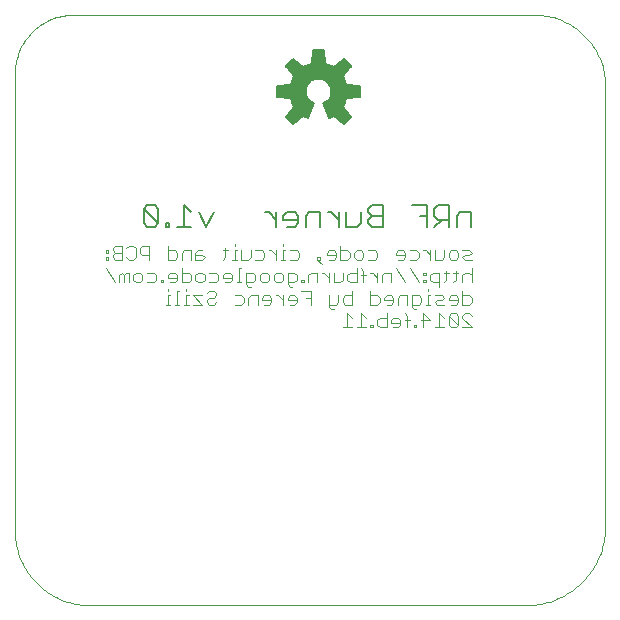
<source format=gbo>
G75*
%MOIN*%
%OFA0B0*%
%FSLAX24Y24*%
%IPPOS*%
%LPD*%
%AMOC8*
5,1,8,0,0,1.08239X$1,22.5*
%
%ADD10C,0.0000*%
%ADD11C,0.0040*%
%ADD12C,0.0060*%
%ADD13C,0.0059*%
D10*
X002680Y000180D02*
X017215Y000180D01*
X017317Y000182D01*
X017418Y000188D01*
X017519Y000197D01*
X017620Y000211D01*
X017720Y000228D01*
X017819Y000250D01*
X017917Y000275D01*
X018015Y000303D01*
X018111Y000336D01*
X018206Y000372D01*
X018299Y000412D01*
X018391Y000455D01*
X018481Y000502D01*
X018569Y000552D01*
X018655Y000606D01*
X018740Y000662D01*
X018821Y000722D01*
X018901Y000786D01*
X018978Y000852D01*
X019053Y000921D01*
X019124Y000992D01*
X019193Y001067D01*
X019259Y001144D01*
X019323Y001224D01*
X019383Y001305D01*
X019439Y001390D01*
X019493Y001476D01*
X019543Y001564D01*
X019590Y001654D01*
X019633Y001746D01*
X019673Y001839D01*
X019709Y001934D01*
X019742Y002030D01*
X019770Y002128D01*
X019795Y002226D01*
X019817Y002325D01*
X019834Y002425D01*
X019848Y002526D01*
X019857Y002627D01*
X019863Y002728D01*
X019865Y002830D01*
X019865Y017482D01*
X019863Y017578D01*
X019857Y017674D01*
X019848Y017769D01*
X019834Y017864D01*
X019817Y017959D01*
X019796Y018052D01*
X019771Y018145D01*
X019742Y018237D01*
X019710Y018327D01*
X019674Y018416D01*
X019635Y018504D01*
X019592Y018589D01*
X019546Y018674D01*
X019496Y018756D01*
X019443Y018836D01*
X019387Y018914D01*
X019328Y018989D01*
X019266Y019062D01*
X019201Y019133D01*
X019133Y019201D01*
X019062Y019266D01*
X018989Y019328D01*
X018914Y019387D01*
X018836Y019443D01*
X018756Y019496D01*
X018674Y019546D01*
X018589Y019592D01*
X018504Y019635D01*
X018416Y019674D01*
X018327Y019710D01*
X018237Y019742D01*
X018145Y019771D01*
X018052Y019796D01*
X017959Y019817D01*
X017864Y019834D01*
X017769Y019848D01*
X017674Y019857D01*
X017578Y019863D01*
X017482Y019865D01*
X002149Y019865D01*
X002149Y019866D02*
X002063Y019864D01*
X001977Y019859D01*
X001892Y019849D01*
X001807Y019836D01*
X001723Y019819D01*
X001639Y019799D01*
X001557Y019775D01*
X001476Y019747D01*
X001395Y019716D01*
X001317Y019682D01*
X001240Y019644D01*
X001165Y019602D01*
X001091Y019558D01*
X001020Y019510D01*
X000950Y019459D01*
X000883Y019405D01*
X000819Y019349D01*
X000757Y019289D01*
X000697Y019227D01*
X000641Y019163D01*
X000587Y019096D01*
X000536Y019026D01*
X000488Y018955D01*
X000444Y018882D01*
X000402Y018806D01*
X000364Y018729D01*
X000330Y018651D01*
X000299Y018570D01*
X000271Y018489D01*
X000247Y018407D01*
X000227Y018323D01*
X000210Y018239D01*
X000197Y018154D01*
X000187Y018069D01*
X000182Y017983D01*
X000180Y017897D01*
X000180Y002680D01*
X000182Y002582D01*
X000188Y002484D01*
X000197Y002386D01*
X000211Y002289D01*
X000228Y002192D01*
X000249Y002096D01*
X000274Y002001D01*
X000302Y001907D01*
X000335Y001815D01*
X000370Y001723D01*
X000410Y001633D01*
X000452Y001545D01*
X000499Y001458D01*
X000548Y001374D01*
X000601Y001291D01*
X000657Y001211D01*
X000717Y001132D01*
X000779Y001056D01*
X000844Y000983D01*
X000912Y000912D01*
X000983Y000844D01*
X001056Y000779D01*
X001132Y000717D01*
X001211Y000657D01*
X001291Y000601D01*
X001374Y000548D01*
X001458Y000499D01*
X001545Y000452D01*
X001633Y000410D01*
X001723Y000370D01*
X001815Y000335D01*
X001907Y000302D01*
X002001Y000274D01*
X002096Y000249D01*
X002192Y000228D01*
X002289Y000211D01*
X002386Y000197D01*
X002484Y000188D01*
X002582Y000182D01*
X002680Y000180D01*
D11*
X011113Y009450D02*
X011420Y009450D01*
X011573Y009450D02*
X011880Y009450D01*
X011727Y009450D02*
X011727Y009910D01*
X011880Y009757D01*
X012034Y009527D02*
X012034Y009450D01*
X012111Y009450D01*
X012111Y009527D01*
X012034Y009527D01*
X012264Y009527D02*
X012264Y009680D01*
X012341Y009757D01*
X012571Y009757D01*
X012571Y009910D02*
X012571Y009450D01*
X012341Y009450D01*
X012264Y009527D01*
X012724Y009603D02*
X013031Y009603D01*
X013031Y009527D02*
X013031Y009680D01*
X012955Y009757D01*
X012801Y009757D01*
X012724Y009680D01*
X012724Y009603D01*
X012801Y009450D02*
X012955Y009450D01*
X013031Y009527D01*
X013185Y009680D02*
X013338Y009680D01*
X013262Y009834D02*
X013185Y009910D01*
X013262Y009834D02*
X013262Y009450D01*
X013492Y009450D02*
X013568Y009450D01*
X013568Y009527D01*
X013492Y009527D01*
X013492Y009450D01*
X013799Y009450D02*
X013799Y009910D01*
X014029Y009680D01*
X013722Y009680D01*
X013568Y010047D02*
X013492Y010047D01*
X013415Y010123D01*
X013415Y010507D01*
X013645Y010507D01*
X013722Y010430D01*
X013722Y010277D01*
X013645Y010200D01*
X013415Y010200D01*
X013262Y010200D02*
X013262Y010507D01*
X013031Y010507D01*
X012955Y010430D01*
X012955Y010200D01*
X012801Y010277D02*
X012801Y010430D01*
X012724Y010507D01*
X012571Y010507D01*
X012494Y010430D01*
X012494Y010353D01*
X012801Y010353D01*
X012801Y010277D02*
X012724Y010200D01*
X012571Y010200D01*
X012341Y010277D02*
X012341Y010430D01*
X012264Y010507D01*
X012034Y010507D01*
X012034Y010660D02*
X012034Y010200D01*
X012264Y010200D01*
X012341Y010277D01*
X012417Y010950D02*
X012417Y011180D01*
X012494Y011257D01*
X012724Y011257D01*
X012724Y010950D01*
X012264Y010950D02*
X012264Y011257D01*
X012111Y011257D02*
X012034Y011257D01*
X012111Y011257D02*
X012264Y011103D01*
X011880Y011180D02*
X011727Y011180D01*
X011804Y011334D02*
X011727Y011410D01*
X011804Y011334D02*
X011804Y010950D01*
X011573Y010950D02*
X011343Y010950D01*
X011266Y011027D01*
X011266Y011180D01*
X011343Y011257D01*
X011573Y011257D01*
X011573Y011410D02*
X011573Y010950D01*
X011113Y011027D02*
X011113Y011257D01*
X011113Y011027D02*
X011036Y010950D01*
X010806Y010950D01*
X010806Y011257D01*
X010653Y011257D02*
X010653Y010950D01*
X010653Y011103D02*
X010499Y011257D01*
X010422Y011257D01*
X010269Y011257D02*
X010269Y010950D01*
X010269Y011257D02*
X010039Y011257D01*
X009962Y011180D01*
X009962Y010950D01*
X009809Y010950D02*
X009732Y010950D01*
X009732Y011027D01*
X009809Y011027D01*
X009809Y010950D01*
X009578Y011027D02*
X009502Y010950D01*
X009271Y010950D01*
X009271Y010873D02*
X009271Y011257D01*
X009502Y011257D01*
X009578Y011180D01*
X009578Y011027D01*
X009425Y010797D02*
X009348Y010797D01*
X009271Y010873D01*
X009118Y011027D02*
X009041Y010950D01*
X008888Y010950D01*
X008811Y011027D01*
X008811Y011180D01*
X008888Y011257D01*
X009041Y011257D01*
X009118Y011180D01*
X009118Y011027D01*
X008658Y011027D02*
X008581Y010950D01*
X008427Y010950D01*
X008351Y011027D01*
X008351Y011180D01*
X008427Y011257D01*
X008581Y011257D01*
X008658Y011180D01*
X008658Y011027D01*
X008197Y011027D02*
X008120Y010950D01*
X007890Y010950D01*
X007890Y010873D02*
X007890Y011257D01*
X008120Y011257D01*
X008197Y011180D01*
X008197Y011027D01*
X008044Y010797D02*
X007967Y010797D01*
X007890Y010873D01*
X007737Y010950D02*
X007583Y010950D01*
X007660Y010950D02*
X007660Y011410D01*
X007737Y011410D01*
X007737Y011700D02*
X007737Y012007D01*
X007583Y012007D02*
X007507Y012007D01*
X007507Y011700D01*
X007583Y011700D02*
X007430Y011700D01*
X007200Y011777D02*
X007123Y011700D01*
X007200Y011777D02*
X007200Y012084D01*
X007276Y012007D02*
X007123Y012007D01*
X007507Y012160D02*
X007507Y012237D01*
X008044Y012007D02*
X008044Y011777D01*
X007967Y011700D01*
X007737Y011700D01*
X008197Y011700D02*
X008427Y011700D01*
X008504Y011777D01*
X008504Y011930D01*
X008427Y012007D01*
X008197Y012007D01*
X008658Y012007D02*
X008734Y012007D01*
X008888Y011853D01*
X008888Y011700D02*
X008888Y012007D01*
X009118Y012007D02*
X009118Y011700D01*
X009195Y011700D02*
X009041Y011700D01*
X009118Y012007D02*
X009195Y012007D01*
X009348Y012007D02*
X009578Y012007D01*
X009655Y011930D01*
X009655Y011777D01*
X009578Y011700D01*
X009348Y011700D01*
X009118Y012160D02*
X009118Y012237D01*
X010269Y011777D02*
X010346Y011777D01*
X010346Y011700D01*
X010269Y011700D01*
X010269Y011777D01*
X010269Y011700D02*
X010422Y011547D01*
X010653Y011700D02*
X010806Y011700D01*
X010883Y011777D01*
X010883Y011930D01*
X010806Y012007D01*
X010653Y012007D01*
X010576Y011930D01*
X010576Y011853D01*
X010883Y011853D01*
X011036Y011700D02*
X011266Y011700D01*
X011343Y011777D01*
X011343Y011930D01*
X011266Y012007D01*
X011036Y012007D01*
X011036Y012160D02*
X011036Y011700D01*
X011497Y011777D02*
X011497Y011930D01*
X011573Y012007D01*
X011727Y012007D01*
X011804Y011930D01*
X011804Y011777D01*
X011727Y011700D01*
X011573Y011700D01*
X011497Y011777D01*
X011957Y011700D02*
X012187Y011700D01*
X012264Y011777D01*
X012264Y011930D01*
X012187Y012007D01*
X011957Y012007D01*
X012878Y011930D02*
X012878Y011853D01*
X013185Y011853D01*
X013185Y011777D02*
X013185Y011930D01*
X013108Y012007D01*
X012955Y012007D01*
X012878Y011930D01*
X012955Y011700D02*
X013108Y011700D01*
X013185Y011777D01*
X013338Y011700D02*
X013568Y011700D01*
X013645Y011777D01*
X013645Y011930D01*
X013568Y012007D01*
X013338Y012007D01*
X013799Y012007D02*
X013875Y012007D01*
X014029Y011853D01*
X014029Y011700D02*
X014029Y012007D01*
X014182Y012007D02*
X014182Y011700D01*
X014412Y011700D01*
X014489Y011777D01*
X014489Y012007D01*
X014643Y011930D02*
X014643Y011777D01*
X014719Y011700D01*
X014873Y011700D01*
X014950Y011777D01*
X014950Y011930D01*
X014873Y012007D01*
X014719Y012007D01*
X014643Y011930D01*
X015103Y012007D02*
X015333Y012007D01*
X015410Y011930D01*
X015333Y011853D01*
X015180Y011853D01*
X015103Y011777D01*
X015180Y011700D01*
X015410Y011700D01*
X015410Y011410D02*
X015410Y010950D01*
X015410Y011180D02*
X015333Y011257D01*
X015180Y011257D01*
X015103Y011180D01*
X015103Y010950D01*
X014873Y011027D02*
X014796Y010950D01*
X014873Y011027D02*
X014873Y011334D01*
X014950Y011257D02*
X014796Y011257D01*
X014643Y011257D02*
X014489Y011257D01*
X014566Y011334D02*
X014566Y011027D01*
X014489Y010950D01*
X014336Y010950D02*
X014106Y010950D01*
X014029Y011027D01*
X014029Y011180D01*
X014106Y011257D01*
X014336Y011257D01*
X014336Y010797D01*
X014412Y010507D02*
X014182Y010507D01*
X014029Y010507D02*
X013952Y010507D01*
X013952Y010200D01*
X014029Y010200D02*
X013875Y010200D01*
X014182Y010277D02*
X014259Y010353D01*
X014412Y010353D01*
X014489Y010430D01*
X014412Y010507D01*
X014643Y010430D02*
X014643Y010353D01*
X014950Y010353D01*
X014950Y010277D02*
X014950Y010430D01*
X014873Y010507D01*
X014719Y010507D01*
X014643Y010430D01*
X014719Y010200D02*
X014873Y010200D01*
X014950Y010277D01*
X015103Y010200D02*
X015333Y010200D01*
X015410Y010277D01*
X015410Y010430D01*
X015333Y010507D01*
X015103Y010507D01*
X015103Y010660D02*
X015103Y010200D01*
X015180Y009910D02*
X015333Y009910D01*
X015410Y009834D01*
X015180Y009910D02*
X015103Y009834D01*
X015103Y009757D01*
X015410Y009450D01*
X015103Y009450D01*
X014950Y009527D02*
X014643Y009834D01*
X014643Y009527D01*
X014719Y009450D01*
X014873Y009450D01*
X014950Y009527D01*
X014950Y009834D01*
X014873Y009910D01*
X014719Y009910D01*
X014643Y009834D01*
X014489Y009757D02*
X014336Y009910D01*
X014336Y009450D01*
X014489Y009450D02*
X014182Y009450D01*
X014259Y010200D02*
X014182Y010277D01*
X014259Y010200D02*
X014489Y010200D01*
X013952Y010660D02*
X013952Y010737D01*
X013875Y010950D02*
X013799Y010950D01*
X013799Y011027D01*
X013875Y011027D01*
X013875Y010950D01*
X013645Y010950D02*
X013338Y011410D01*
X012878Y011410D02*
X013185Y010950D01*
X013799Y011180D02*
X013875Y011180D01*
X013875Y011257D01*
X013799Y011257D01*
X013799Y011180D01*
X011420Y010660D02*
X011420Y010200D01*
X011190Y010200D01*
X011113Y010277D01*
X011113Y010430D01*
X011190Y010507D01*
X011420Y010507D01*
X010960Y010507D02*
X010960Y010277D01*
X010883Y010200D01*
X010653Y010200D01*
X010653Y010123D02*
X010729Y010047D01*
X010806Y010047D01*
X010653Y010123D02*
X010653Y010507D01*
X010039Y010430D02*
X009885Y010430D01*
X010039Y010200D02*
X010039Y010660D01*
X009732Y010660D01*
X009578Y010430D02*
X009502Y010507D01*
X009348Y010507D01*
X009271Y010430D01*
X009271Y010353D01*
X009578Y010353D01*
X009578Y010277D02*
X009578Y010430D01*
X009578Y010277D02*
X009502Y010200D01*
X009348Y010200D01*
X009118Y010200D02*
X009118Y010507D01*
X008965Y010507D02*
X009118Y010353D01*
X008965Y010507D02*
X008888Y010507D01*
X008734Y010430D02*
X008658Y010507D01*
X008504Y010507D01*
X008427Y010430D01*
X008427Y010353D01*
X008734Y010353D01*
X008734Y010277D02*
X008734Y010430D01*
X008734Y010277D02*
X008658Y010200D01*
X008504Y010200D01*
X008274Y010200D02*
X008274Y010507D01*
X008044Y010507D01*
X007967Y010430D01*
X007967Y010200D01*
X007814Y010277D02*
X007737Y010200D01*
X007507Y010200D01*
X007507Y010507D02*
X007737Y010507D01*
X007814Y010430D01*
X007814Y010277D01*
X007353Y010950D02*
X007200Y010950D01*
X007353Y010950D02*
X007430Y011027D01*
X007430Y011180D01*
X007353Y011257D01*
X007200Y011257D01*
X007123Y011180D01*
X007123Y011103D01*
X007430Y011103D01*
X006969Y011027D02*
X006893Y010950D01*
X006663Y010950D01*
X006509Y011027D02*
X006509Y011180D01*
X006432Y011257D01*
X006279Y011257D01*
X006202Y011180D01*
X006202Y011027D01*
X006279Y010950D01*
X006432Y010950D01*
X006509Y011027D01*
X006663Y011257D02*
X006893Y011257D01*
X006969Y011180D01*
X006969Y011027D01*
X006816Y010660D02*
X006663Y010660D01*
X006586Y010584D01*
X006663Y010430D02*
X006586Y010353D01*
X006586Y010277D01*
X006663Y010200D01*
X006816Y010200D01*
X006893Y010277D01*
X006816Y010430D02*
X006663Y010430D01*
X006816Y010430D02*
X006893Y010507D01*
X006893Y010584D01*
X006816Y010660D01*
X006432Y010507D02*
X006125Y010507D01*
X006432Y010200D01*
X006125Y010200D01*
X005972Y010200D02*
X005818Y010200D01*
X005895Y010200D02*
X005895Y010507D01*
X005972Y010507D01*
X005895Y010660D02*
X005895Y010737D01*
X005972Y010950D02*
X005742Y010950D01*
X005742Y011410D01*
X005742Y011257D02*
X005972Y011257D01*
X006049Y011180D01*
X006049Y011027D01*
X005972Y010950D01*
X005588Y011027D02*
X005588Y011180D01*
X005512Y011257D01*
X005358Y011257D01*
X005281Y011180D01*
X005281Y011103D01*
X005588Y011103D01*
X005588Y011027D02*
X005512Y010950D01*
X005358Y010950D01*
X005281Y010737D02*
X005281Y010660D01*
X005281Y010507D02*
X005281Y010200D01*
X005205Y010200D02*
X005358Y010200D01*
X005512Y010200D02*
X005665Y010200D01*
X005588Y010200D02*
X005588Y010660D01*
X005665Y010660D01*
X005358Y010507D02*
X005281Y010507D01*
X005128Y010950D02*
X005051Y010950D01*
X005051Y011027D01*
X005128Y011027D01*
X005128Y010950D01*
X004898Y011027D02*
X004898Y011180D01*
X004821Y011257D01*
X004591Y011257D01*
X004437Y011180D02*
X004437Y011027D01*
X004361Y010950D01*
X004207Y010950D01*
X004130Y011027D01*
X004130Y011180D01*
X004207Y011257D01*
X004361Y011257D01*
X004437Y011180D01*
X004591Y010950D02*
X004821Y010950D01*
X004898Y011027D01*
X004668Y011700D02*
X004668Y012160D01*
X004437Y012160D01*
X004361Y012084D01*
X004361Y011930D01*
X004437Y011853D01*
X004668Y011853D01*
X004207Y011777D02*
X004130Y011700D01*
X003977Y011700D01*
X003900Y011777D01*
X003747Y011700D02*
X003517Y011700D01*
X003440Y011777D01*
X003440Y011853D01*
X003517Y011930D01*
X003747Y011930D01*
X003900Y012084D02*
X003977Y012160D01*
X004130Y012160D01*
X004207Y012084D01*
X004207Y011777D01*
X003747Y011700D02*
X003747Y012160D01*
X003517Y012160D01*
X003440Y012084D01*
X003440Y012007D01*
X003517Y011930D01*
X003286Y011930D02*
X003286Y012007D01*
X003210Y012007D01*
X003210Y011930D01*
X003286Y011930D01*
X003286Y011777D02*
X003210Y011777D01*
X003210Y011700D01*
X003286Y011700D01*
X003286Y011777D01*
X003210Y011410D02*
X003517Y010950D01*
X003670Y010950D02*
X003670Y011180D01*
X003747Y011257D01*
X003823Y011180D01*
X003823Y010950D01*
X003977Y010950D02*
X003977Y011257D01*
X003900Y011257D01*
X003823Y011180D01*
X005281Y011700D02*
X005512Y011700D01*
X005588Y011777D01*
X005588Y011930D01*
X005512Y012007D01*
X005281Y012007D01*
X005281Y012160D02*
X005281Y011700D01*
X005742Y011700D02*
X005742Y011930D01*
X005818Y012007D01*
X006049Y012007D01*
X006049Y011700D01*
X006202Y011700D02*
X006432Y011700D01*
X006509Y011777D01*
X006432Y011853D01*
X006202Y011853D01*
X006202Y011930D02*
X006202Y011700D01*
X006202Y011930D02*
X006279Y012007D01*
X006432Y012007D01*
X011266Y009910D02*
X011266Y009450D01*
X011420Y009757D02*
X011266Y009910D01*
D12*
X011223Y012785D02*
X011223Y013279D01*
X010980Y013279D02*
X010980Y012785D01*
X011223Y012785D02*
X011593Y012785D01*
X011717Y012908D01*
X011717Y013279D01*
X011960Y013279D02*
X011960Y013402D01*
X012083Y013526D01*
X012453Y013526D01*
X012453Y012785D01*
X012083Y012785D01*
X011960Y012908D01*
X011960Y013032D01*
X012083Y013155D01*
X012453Y013155D01*
X012083Y013155D02*
X011960Y013279D01*
X010980Y013032D02*
X010733Y013279D01*
X010610Y013279D01*
X010366Y013279D02*
X009996Y013279D01*
X009873Y013155D01*
X009873Y012785D01*
X009630Y012908D02*
X009630Y013155D01*
X009506Y013279D01*
X009259Y013279D01*
X009136Y013155D01*
X009136Y013032D01*
X009630Y013032D01*
X009630Y012908D02*
X009506Y012785D01*
X009259Y012785D01*
X008893Y012785D02*
X008893Y013279D01*
X008893Y013032D02*
X008646Y013279D01*
X008523Y013279D01*
X006806Y013279D02*
X006559Y012785D01*
X006312Y013279D01*
X006069Y013279D02*
X005822Y013526D01*
X005822Y012785D01*
X005576Y012785D02*
X006069Y012785D01*
X005333Y012785D02*
X005209Y012785D01*
X005209Y012908D01*
X005333Y012908D01*
X005333Y012785D01*
X004964Y012908D02*
X004841Y012785D01*
X004594Y012785D01*
X004471Y012908D01*
X004471Y013402D01*
X004964Y012908D01*
X004964Y013402D01*
X004841Y013526D01*
X004594Y013526D01*
X004471Y013402D01*
X010366Y013279D02*
X010366Y012785D01*
X013433Y013526D02*
X013927Y013526D01*
X013927Y012785D01*
X014170Y012785D02*
X014416Y013032D01*
X014293Y013032D02*
X014170Y013155D01*
X014170Y013402D01*
X014293Y013526D01*
X014663Y013526D01*
X014663Y012785D01*
X014906Y012785D02*
X014906Y013155D01*
X015030Y013279D01*
X015400Y013279D01*
X015400Y012785D01*
X014663Y013032D02*
X014293Y013032D01*
X013927Y013155D02*
X013680Y013155D01*
D13*
X011153Y016219D02*
X010807Y016502D01*
X010739Y016463D01*
X010668Y016430D01*
X010470Y016907D01*
X010534Y016940D01*
X010592Y016984D01*
X010642Y017037D01*
X010682Y017097D01*
X010711Y017163D01*
X010730Y017233D01*
X010736Y017305D01*
X010728Y017385D01*
X010706Y017463D01*
X010669Y017535D01*
X010620Y017599D01*
X010559Y017653D01*
X010490Y017694D01*
X010414Y017722D01*
X010334Y017735D01*
X010254Y017733D01*
X010175Y017715D01*
X010100Y017684D01*
X010033Y017639D01*
X009976Y017582D01*
X009930Y017516D01*
X009897Y017442D01*
X009878Y017364D01*
X009875Y017283D01*
X009887Y017203D01*
X009913Y017127D01*
X009953Y017057D01*
X010006Y016995D01*
X010069Y016945D01*
X010140Y016907D01*
X009942Y016430D01*
X009871Y016463D01*
X009803Y016502D01*
X009457Y016219D01*
X009219Y016457D01*
X009502Y016803D01*
X009451Y016895D01*
X009411Y016991D01*
X009382Y017092D01*
X008937Y017137D01*
X008937Y017473D01*
X009382Y017518D01*
X009411Y017619D01*
X009451Y017715D01*
X009502Y017807D01*
X009219Y018153D01*
X009457Y018391D01*
X009803Y018108D01*
X009895Y018159D01*
X009991Y018199D01*
X010092Y018228D01*
X010137Y018673D01*
X010473Y018673D01*
X010518Y018228D01*
X010619Y018199D01*
X010715Y018159D01*
X010807Y018108D01*
X011153Y018391D01*
X011391Y018153D01*
X011108Y017807D01*
X011159Y017715D01*
X011199Y017619D01*
X011228Y017518D01*
X011673Y017473D01*
X011673Y017137D01*
X011228Y017092D01*
X011199Y016991D01*
X011159Y016895D01*
X011108Y016803D01*
X011391Y016457D01*
X011153Y016219D01*
X011172Y016238D02*
X011130Y016238D01*
X011060Y016296D02*
X011230Y016296D01*
X011287Y016353D02*
X010989Y016353D01*
X010919Y016411D02*
X011345Y016411D01*
X011381Y016468D02*
X010848Y016468D01*
X010748Y016468D02*
X010652Y016468D01*
X010628Y016526D02*
X011335Y016526D01*
X011288Y016583D02*
X010604Y016583D01*
X010580Y016641D02*
X011241Y016641D01*
X011194Y016698D02*
X010556Y016698D01*
X010532Y016756D02*
X011147Y016756D01*
X011114Y016814D02*
X010509Y016814D01*
X010485Y016871D02*
X011146Y016871D01*
X011173Y016929D02*
X010511Y016929D01*
X010594Y016986D02*
X011197Y016986D01*
X011214Y017044D02*
X010647Y017044D01*
X010684Y017101D02*
X011320Y017101D01*
X011673Y017159D02*
X010710Y017159D01*
X010725Y017216D02*
X011673Y017216D01*
X011673Y017274D02*
X010733Y017274D01*
X010733Y017331D02*
X011673Y017331D01*
X011673Y017389D02*
X010727Y017389D01*
X010710Y017447D02*
X011673Y017447D01*
X011365Y017504D02*
X010685Y017504D01*
X010648Y017562D02*
X011215Y017562D01*
X011199Y017619D02*
X010597Y017619D01*
X010519Y017677D02*
X011175Y017677D01*
X011148Y017734D02*
X010336Y017734D01*
X010325Y017734D02*
X009462Y017734D01*
X009435Y017677D02*
X010090Y017677D01*
X010013Y017619D02*
X009411Y017619D01*
X009395Y017562D02*
X009961Y017562D01*
X009924Y017504D02*
X009245Y017504D01*
X008937Y017447D02*
X009899Y017447D01*
X009884Y017389D02*
X008937Y017389D01*
X008937Y017331D02*
X009877Y017331D01*
X009876Y017274D02*
X008937Y017274D01*
X008937Y017216D02*
X009885Y017216D01*
X009902Y017159D02*
X008937Y017159D01*
X009290Y017101D02*
X009928Y017101D01*
X009964Y017044D02*
X009396Y017044D01*
X009413Y016986D02*
X010017Y016986D01*
X010100Y016929D02*
X009437Y016929D01*
X009464Y016871D02*
X010125Y016871D01*
X010101Y016814D02*
X009496Y016814D01*
X009463Y016756D02*
X010078Y016756D01*
X010054Y016698D02*
X009416Y016698D01*
X009369Y016641D02*
X010030Y016641D01*
X010006Y016583D02*
X009322Y016583D01*
X009275Y016526D02*
X009982Y016526D01*
X009958Y016468D02*
X009862Y016468D01*
X009762Y016468D02*
X009229Y016468D01*
X009265Y016411D02*
X009691Y016411D01*
X009621Y016353D02*
X009323Y016353D01*
X009380Y016296D02*
X009550Y016296D01*
X009480Y016238D02*
X009438Y016238D01*
X009493Y017792D02*
X011117Y017792D01*
X011143Y017849D02*
X009467Y017849D01*
X009420Y017907D02*
X011190Y017907D01*
X011237Y017965D02*
X009373Y017965D01*
X009326Y018022D02*
X011284Y018022D01*
X011331Y018080D02*
X009279Y018080D01*
X009232Y018137D02*
X009768Y018137D01*
X009855Y018137D02*
X010755Y018137D01*
X010842Y018137D02*
X011378Y018137D01*
X011349Y018195D02*
X010913Y018195D01*
X010984Y018252D02*
X011292Y018252D01*
X011234Y018310D02*
X011054Y018310D01*
X011125Y018367D02*
X011177Y018367D01*
X010629Y018195D02*
X009981Y018195D01*
X010094Y018252D02*
X010516Y018252D01*
X010510Y018310D02*
X010100Y018310D01*
X010106Y018367D02*
X010504Y018367D01*
X010498Y018425D02*
X010112Y018425D01*
X010118Y018483D02*
X010492Y018483D01*
X010486Y018540D02*
X010124Y018540D01*
X010129Y018598D02*
X010481Y018598D01*
X010475Y018655D02*
X010135Y018655D01*
X009697Y018195D02*
X009261Y018195D01*
X009318Y018252D02*
X009626Y018252D01*
X009556Y018310D02*
X009376Y018310D01*
X009433Y018367D02*
X009485Y018367D01*
M02*

</source>
